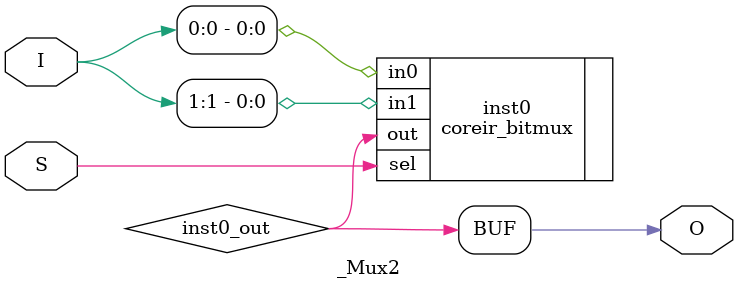
<source format=v>
module _Mux2 (input [1:0] I, input  S, output  O);
wire  inst0_out;
coreir_bitmux inst0 (.in0(I[0]), .in1(I[1]), .sel(S), .out(inst0_out));
assign O = inst0_out;
endmodule


</source>
